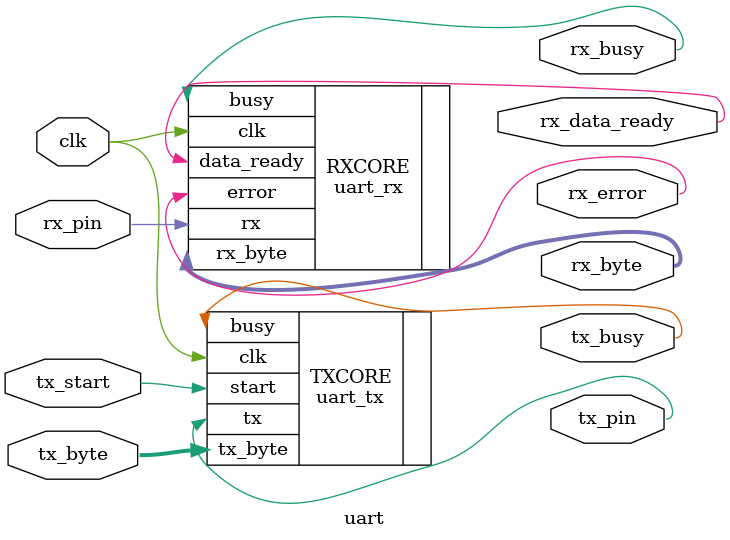
<source format=v>
`timescale 1ns / 1ps
module uart(
		clk,
		rx_pin,
		tx_pin,
		rx_byte,
		tx_byte,
		rx_data_ready,
		tx_start,
		rx_busy,
		tx_busy,
		rx_error
	);

	//Parameters:
	//================================================
	parameter CLOCK = 25000000; 	//Overridden by parent 
	parameter BAUD = 9600;			//Overridden by parent
	parameter SAMPLE_POINT = 8;	//Overridden by parent
	
	//IO Definitions:
	//================================================
	input clk;
	input rx_pin;
	output tx_pin;
	output [7:0] rx_byte;
	input [7:0] tx_byte;
	output rx_data_ready;
	input tx_start;
	output rx_busy;
	output tx_busy;
	output rx_error;
	
	//Register/Wire Definitions:
	//================================================
	
	//BUFG Instatiation:
	//================================================
	
	//Module Instantiation:
	//================================================
	uart_tx #(
		.CLOCK(CLOCK),
		.BAUD(BAUD)
	) TXCORE (
		.clk(clk),
		.tx(tx_pin),
		.tx_byte(tx_byte),
		.start(tx_start),
		.busy(tx_busy)
	);

	uart_rx #(
		.CLOCK(CLOCK),
		.BAUD(BAUD),
		.SAMPLE_POINT(SAMPLE_POINT)
	) RXCORE (
		.clk(clk),
		.rx(rx_pin),
		.rx_byte(rx_byte),
		.data_ready(rx_data_ready),
		.busy(rx_busy),
		.error(rx_error)
	);
	
	//Assignments:
	//================================================
	
	//Toplevel Logic:
	//================================================

endmodule

</source>
